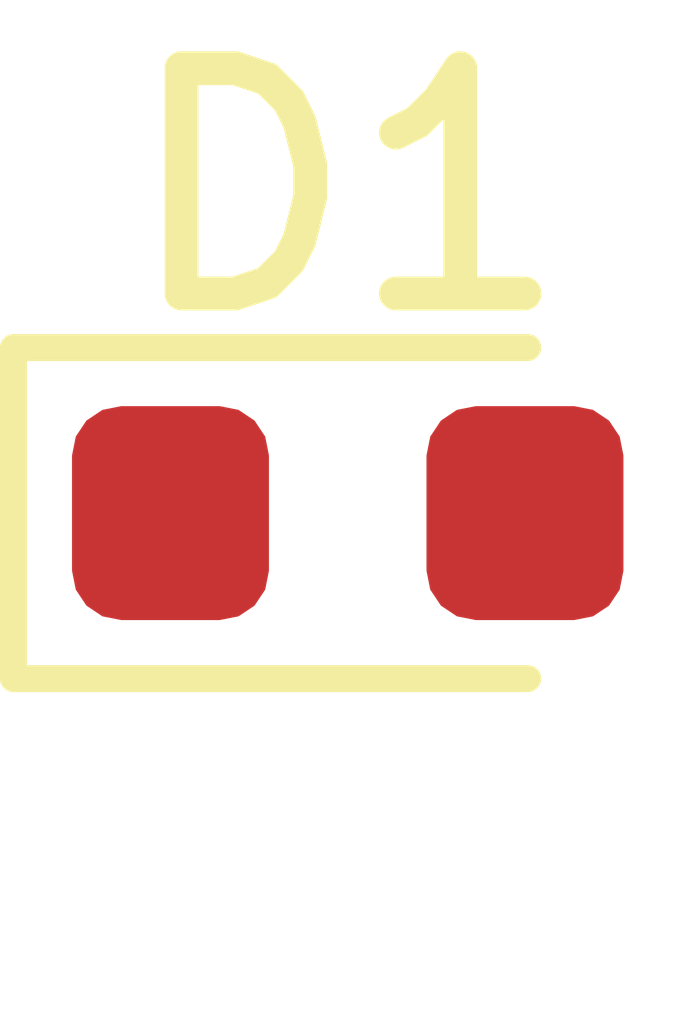
<source format=kicad_pcb>
(kicad_pcb (version 20211014) (generator pcbnew)
  (layers (0 "F.Cu" signal) (31 "B.Cu" signal) (34 "B.Paste" user) (35 "F.Paste" user) (36 "B.SilkS" user "B.Silkscreen") (37 "F.SilkS" user "F.Silkscreen") (38 "B.Mask" user) (39 "F.Mask" user) (44 "Edge.Cuts" user))
  (net 0 "")
  (net 1 "GND")
  (net 2 "Pin0")
  (footprint "LED_SMD:LED_0603_1608Metric" (layer "F.Cu") (at 0 0)
    (fp_text reference "D1" (at 0 -1.43) (layer "F.SilkS"))
    (fp_text value "LED")
    (fp_line (start -1.485 -0.735) (end -1.485 0.735) (layer "F.SilkS") (width 0.12))
    (fp_line (start 0.8 -0.735) (end -1.485 -0.735) (layer "F.SilkS") (width 0.12))
    (fp_line (start -1.485 0.735) (end 0.8 0.735) (layer "F.SilkS") (width 0.12))
    (pad "1" smd roundrect locked (at -0.7875 0) (size 0.875 0.95) (layers "F.Cu" "F.Paste" "F.Mask") (net 1 "GND"))
    (pad "2" smd roundrect locked (at 0.7875 0) (size 0.875 0.95) (layers "F.Cu" "F.Paste" "F.Mask") (net 2 "Pin0"))
  )
)
</source>
